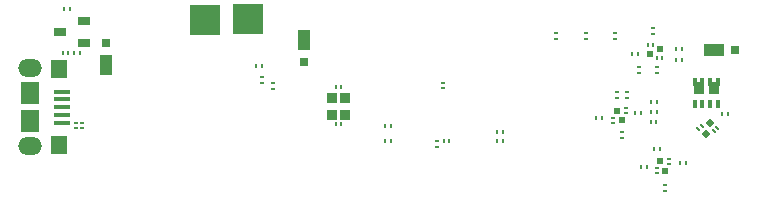
<source format=gbp>
%FSTAX23Y23*%
%MOIN*%
%SFA1B1*%

%IPPOS*%
%AMD187*
4,1,4,0.002500,-0.008600,0.008600,-0.002500,-0.002500,0.008600,-0.008600,0.002500,0.002500,-0.008600,0.0*
%
%AMD188*
4,1,4,0.013900,0.000000,0.000000,0.013900,-0.013900,0.000000,0.000000,-0.013900,0.013900,0.000000,0.0*
%
%ADD102R,0.013900X0.009900*%
%ADD104R,0.009900X0.013900*%
%ADD110R,0.011100X0.017000*%
%ADD112R,0.008700X0.015800*%
%ADD113R,0.019800X0.019800*%
%ADD114R,0.031600X0.031600*%
%ADD115R,0.070900X0.043400*%
%ADD117R,0.017000X0.011100*%
%ADD119R,0.011900X0.027600*%
%ADD120R,0.037400X0.039400*%
%ADD121R,0.037300X0.039400*%
%ADD124R,0.031600X0.031600*%
%ADD125R,0.043400X0.070900*%
%ADD183O,0.078700X0.059100*%
%ADD184R,0.015800X0.008700*%
%ADD185R,0.019800X0.019800*%
%ADD186R,0.098500X0.098500*%
G04~CAMADD=187~9~0.0~0.0~87.0~158.0~0.0~0.0~0~0.0~0.0~0.0~0.0~0~0.0~0.0~0.0~0.0~0~0.0~0.0~0.0~225.0~172.0~171.0*
%ADD187D187*%
G04~CAMADD=188~10~0.0~198.0~0.0~0.0~0.0~0.0~0~0.0~0.0~0.0~0.0~0~0.0~0.0~0.0~0.0~0~0.0~0.0~0.0~315.0~198.0~0.0*
%ADD188D188*%
%ADD189R,0.040100X0.030100*%
%ADD190R,0.053200X0.015800*%
%ADD191R,0.061100X0.074900*%
%ADD192R,0.055200X0.063100*%
%ADD193R,0.033500X0.037500*%
%LNvapeix_mini_pcb-1*%
%LPD*%
G54D102*
X02884Y03424D03*
Y03443D03*
X02225Y03312D03*
Y03293D03*
X02246Y03312D03*
Y03293D03*
X0343Y03249D03*
Y0323D03*
X03448Y03426D03*
Y03445D03*
G54D104*
X0363Y0325D03*
X03649D03*
X03629Y0328D03*
X03648D03*
X04141Y03315D03*
X0416D03*
X02239Y03543D03*
X0222D03*
X02181D03*
X022D03*
X02205Y03689D03*
X02186D03*
X03275Y033D03*
X03256D03*
X03451Y03252D03*
X0347D03*
X03091Y03429D03*
X0311D03*
Y03306D03*
X03091D03*
X03275Y03252D03*
X03256D03*
G54D110*
X0409Y03344D03*
X0411D03*
X04153Y03224D03*
X04173D03*
X0396Y03328D03*
X0398D03*
X04238Y03176D03*
X04258D03*
X04129Y03163D03*
X04109D03*
X04245Y03556D03*
X04225D03*
X0408Y0354D03*
X041D03*
X04245Y0352D03*
X04225D03*
X02846Y035D03*
X02826D03*
X04161Y03346D03*
X04141D03*
Y03381D03*
X04161D03*
X04378Y03341D03*
X04398D03*
G54D112*
X04132Y0357D03*
X04148D03*
X0418Y03527D03*
X04164D03*
G54D113*
X0414Y03539D03*
X04173Y03556D03*
G54D114*
X04422Y03555D03*
G54D115*
X04351Y03555D03*
G54D117*
X04164Y03497D03*
Y03477D03*
X04148Y03607D03*
Y03627D03*
X04024Y03612D03*
Y03592D03*
X03927Y03612D03*
Y03592D03*
X03827Y03612D03*
Y03592D03*
X04047Y03259D03*
Y03279D03*
X0419Y03085D03*
Y03105D03*
X04029Y03415D03*
Y03395D03*
X04101Y03477D03*
Y03497D03*
X04063Y03415D03*
Y03395D03*
X02846Y03444D03*
Y03464D03*
G54D119*
X04365Y03447D03*
X04339D03*
X04288D03*
X04314D03*
Y03375D03*
X04288D03*
X04339D03*
X04365D03*
G54D120*
X04352Y03426D03*
G54D121*
X04301Y03426D03*
G54D124*
X02986Y03515D03*
X02327Y03576D03*
G54D125*
X02986Y03586D03*
X02327Y03505D03*
G54D183*
X02072Y03234D03*
Y03493D03*
G54D184*
X04204Y03191D03*
Y03175D03*
X04161Y03143D03*
Y03159D03*
X04015Y03311D03*
Y03327D03*
X04058Y03359D03*
Y03343D03*
G54D185*
X04173Y03183D03*
X0419Y0315D03*
X04046Y03319D03*
X04029Y03352D03*
G54D186*
X02798Y03656D03*
X02656Y03655D03*
G54D187*
X043Y03291D03*
X04311Y03302D03*
X04364Y03294D03*
X04352Y03283D03*
G54D188*
X04326Y03275D03*
X04338Y0331D03*
G54D189*
X02171Y03614D03*
X02254Y03577D03*
Y03652D03*
G54D190*
X02178Y03364D03*
Y03338D03*
Y03312D03*
Y03389D03*
Y03415D03*
G54D191*
X02072Y03316D03*
Y03411D03*
G54D192*
X02169Y0349D03*
Y03238D03*
G54D193*
X03079Y03395D03*
X03124D03*
Y03338D03*
X03079D03*
M02*
</source>
